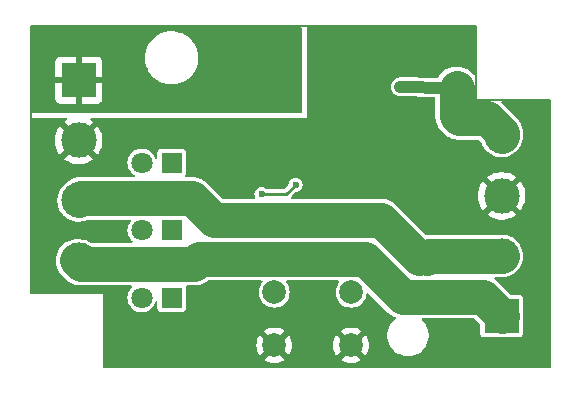
<source format=gbl>
G04 #@! TF.GenerationSoftware,KiCad,Pcbnew,7.0.1-3b83917a11~172~ubuntu20.04.1*
G04 #@! TF.CreationDate,2023-04-02T02:43:19+02:00*
G04 #@! TF.ProjectId,C64Saver2,43363453-6176-4657-9232-2e6b69636164,0.1*
G04 #@! TF.SameCoordinates,Original*
G04 #@! TF.FileFunction,Copper,L2,Bot*
G04 #@! TF.FilePolarity,Positive*
%FSLAX46Y46*%
G04 Gerber Fmt 4.6, Leading zero omitted, Abs format (unit mm)*
G04 Created by KiCad (PCBNEW 7.0.1-3b83917a11~172~ubuntu20.04.1) date 2023-04-02 02:43:19*
%MOMM*%
%LPD*%
G01*
G04 APERTURE LIST*
G04 #@! TA.AperFunction,ComponentPad*
%ADD10R,3.000000X3.000000*%
G04 #@! TD*
G04 #@! TA.AperFunction,ComponentPad*
%ADD11C,3.000000*%
G04 #@! TD*
G04 #@! TA.AperFunction,ComponentPad*
%ADD12R,1.800000X1.800000*%
G04 #@! TD*
G04 #@! TA.AperFunction,ComponentPad*
%ADD13C,1.800000*%
G04 #@! TD*
G04 #@! TA.AperFunction,ComponentPad*
%ADD14C,2.000000*%
G04 #@! TD*
G04 #@! TA.AperFunction,ViaPad*
%ADD15C,0.600000*%
G04 #@! TD*
G04 #@! TA.AperFunction,Conductor*
%ADD16C,3.000000*%
G04 #@! TD*
G04 #@! TA.AperFunction,Conductor*
%ADD17C,1.000000*%
G04 #@! TD*
G04 #@! TA.AperFunction,Conductor*
%ADD18C,0.254000*%
G04 #@! TD*
G04 #@! TA.AperFunction,Profile*
%ADD19C,0.150000*%
G04 #@! TD*
G04 APERTURE END LIST*
D10*
X180340000Y-108204000D03*
D11*
X180340000Y-103124000D03*
X180340000Y-98044000D03*
X180340000Y-92964000D03*
D10*
X144526000Y-88265000D03*
D11*
X144526000Y-93345000D03*
X144526000Y-98425000D03*
X144526000Y-103505000D03*
D12*
X152400000Y-100965000D03*
D13*
X149860000Y-100965000D03*
D12*
X152400000Y-95250000D03*
D13*
X149860000Y-95250000D03*
D12*
X152400000Y-106680000D03*
D13*
X149860000Y-106680000D03*
D14*
X161088000Y-106208000D03*
X167588000Y-106208000D03*
X161088000Y-110708000D03*
X167588000Y-110708000D03*
D15*
X168275000Y-97155000D03*
X157480000Y-110490000D03*
X157734000Y-97790000D03*
X158750000Y-106299000D03*
X165100000Y-93980000D03*
X163830000Y-106045000D03*
X175895000Y-88900000D03*
X177692427Y-91396637D03*
X177165000Y-90170000D03*
X176422427Y-91396637D03*
X175895000Y-90170000D03*
X177165000Y-88900000D03*
X171762093Y-88827176D03*
X160020000Y-97917263D03*
X162888928Y-97117043D03*
X153670000Y-90170000D03*
X154940000Y-90170000D03*
X157480000Y-87630000D03*
X157480000Y-88900000D03*
X161290000Y-90170000D03*
X161290000Y-85090000D03*
X157480000Y-90170000D03*
X158750000Y-86360000D03*
X158750000Y-85090000D03*
X148590000Y-90170000D03*
X160020000Y-86360000D03*
X161290000Y-87630000D03*
X160020000Y-88900000D03*
X160020000Y-87630000D03*
X161290000Y-88900000D03*
X157480000Y-86360000D03*
X151130000Y-90170000D03*
X161290000Y-86360000D03*
X154940000Y-88900000D03*
X160020000Y-90170000D03*
X149860000Y-88900000D03*
X158750000Y-88900000D03*
X157480000Y-85090000D03*
X148590000Y-87630000D03*
X158750000Y-87630000D03*
X149860000Y-90170000D03*
X158750000Y-90170000D03*
X148590000Y-88900000D03*
X160020000Y-85090000D03*
X152400000Y-90170000D03*
D16*
X179121000Y-91491000D02*
X176745680Y-91491000D01*
X180340000Y-92710000D02*
X179121000Y-91491000D01*
X180340000Y-92964000D02*
X180340000Y-92710000D01*
X176530000Y-91275320D02*
X176530000Y-88900000D01*
D17*
X171762093Y-88827176D02*
X175895000Y-88900000D01*
D16*
X176745680Y-91491000D02*
X176530000Y-91275320D01*
D18*
X160020000Y-97917263D02*
X162088708Y-97917263D01*
X162088708Y-97917263D02*
X162888928Y-97117043D01*
D16*
X154732000Y-103408000D02*
X154305000Y-103835000D01*
X168747798Y-103408000D02*
X154732000Y-103408000D01*
X180340000Y-108204000D02*
X178748620Y-106612620D01*
X171952418Y-106612620D02*
X168747798Y-103408000D01*
X154305000Y-103835000D02*
X144729000Y-103835000D01*
X178748620Y-106612620D02*
X171952418Y-106612620D01*
X144729000Y-103835000D02*
X144399000Y-103505000D01*
X155960000Y-100080000D02*
X170086703Y-100080000D01*
X173990000Y-103312620D02*
X174178620Y-103124000D01*
X144526000Y-98425000D02*
X144686000Y-98265000D01*
X174178620Y-103124000D02*
X180340000Y-103124000D01*
X154145000Y-98265000D02*
X155960000Y-100080000D01*
X144686000Y-98265000D02*
X154145000Y-98265000D01*
X170086703Y-100080000D02*
X173319323Y-103312620D01*
G04 #@! TA.AperFunction,Conductor*
G36*
X178055200Y-83781978D02*
G01*
X178092022Y-83818800D01*
X178105500Y-83869100D01*
X178105500Y-87700338D01*
X178086945Y-87758552D01*
X178038126Y-87795293D01*
X177977050Y-87797006D01*
X177926248Y-87763061D01*
X177853561Y-87671914D01*
X177655744Y-87488367D01*
X177432776Y-87336350D01*
X177432777Y-87336350D01*
X177432775Y-87336349D01*
X177189641Y-87219262D01*
X176931772Y-87139720D01*
X176931770Y-87139719D01*
X176931765Y-87139718D01*
X176664931Y-87099500D01*
X176664929Y-87099500D01*
X176395071Y-87099500D01*
X176395069Y-87099500D01*
X176128234Y-87139718D01*
X176128227Y-87139720D01*
X176128228Y-87139720D01*
X175870359Y-87219262D01*
X175870356Y-87219263D01*
X175870354Y-87219264D01*
X175627229Y-87336347D01*
X175404255Y-87488367D01*
X175206438Y-87671915D01*
X175038184Y-87882897D01*
X174952724Y-88030920D01*
X174915133Y-88068182D01*
X174863830Y-88081204D01*
X171731249Y-88026007D01*
X171596702Y-88038771D01*
X171425411Y-88095341D01*
X171271006Y-88188607D01*
X171141222Y-88313896D01*
X171042574Y-88464919D01*
X170980004Y-88634115D01*
X170956652Y-88812983D01*
X170973688Y-88992566D01*
X171030258Y-89163857D01*
X171123524Y-89318262D01*
X171123526Y-89318264D01*
X171248813Y-89448046D01*
X171399838Y-89546695D01*
X171569029Y-89609264D01*
X171669539Y-89622385D01*
X171703042Y-89626760D01*
X174630672Y-89678347D01*
X174680220Y-89692406D01*
X174716316Y-89729144D01*
X174729500Y-89778931D01*
X174729500Y-91239756D01*
X174729430Y-91243518D01*
X174725713Y-91342832D01*
X174736838Y-91441574D01*
X174737189Y-91445317D01*
X174744617Y-91544424D01*
X174750886Y-91571892D01*
X174752774Y-91583008D01*
X174755927Y-91610992D01*
X174781640Y-91706952D01*
X174782546Y-91710602D01*
X174804666Y-91807515D01*
X174804667Y-91807517D01*
X174814956Y-91833734D01*
X174818480Y-91844444D01*
X174825771Y-91871651D01*
X174865520Y-91962760D01*
X174866949Y-91966210D01*
X174884238Y-92010262D01*
X174903258Y-92058722D01*
X174917336Y-92083106D01*
X174922418Y-92093172D01*
X174931833Y-92114751D01*
X174933686Y-92118997D01*
X174970637Y-92177804D01*
X174986568Y-92203159D01*
X174988509Y-92206381D01*
X175038182Y-92292418D01*
X175055747Y-92314444D01*
X175062268Y-92323634D01*
X175077259Y-92347492D01*
X175077261Y-92347494D01*
X175142080Y-92422816D01*
X175144480Y-92425712D01*
X175206441Y-92503407D01*
X175279275Y-92570987D01*
X175281985Y-92573597D01*
X175447394Y-92739005D01*
X175450004Y-92741715D01*
X175517595Y-92814561D01*
X175595315Y-92876541D01*
X175598164Y-92878902D01*
X175673508Y-92943742D01*
X175697359Y-92958728D01*
X175706562Y-92965258D01*
X175728574Y-92982813D01*
X175733729Y-92985789D01*
X175814651Y-93032509D01*
X175817834Y-93034427D01*
X175902004Y-93087314D01*
X175927837Y-93098584D01*
X175937892Y-93103661D01*
X175953401Y-93112615D01*
X175962278Y-93117741D01*
X175962279Y-93117741D01*
X175962282Y-93117743D01*
X176054810Y-93154057D01*
X176058269Y-93155491D01*
X176149345Y-93195227D01*
X176176557Y-93202518D01*
X176187248Y-93206036D01*
X176213485Y-93216334D01*
X176310378Y-93238449D01*
X176314015Y-93239351D01*
X176410008Y-93265073D01*
X176423359Y-93266577D01*
X176438000Y-93268227D01*
X176449114Y-93270114D01*
X176476577Y-93276383D01*
X176575675Y-93283809D01*
X176579417Y-93284159D01*
X176678169Y-93295286D01*
X176777485Y-93291569D01*
X176781245Y-93291500D01*
X178333538Y-93291500D01*
X178372036Y-93299158D01*
X178404673Y-93320965D01*
X178622280Y-93538572D01*
X178644791Y-93572953D01*
X178713258Y-93747400D01*
X178848184Y-93981102D01*
X179016438Y-94192084D01*
X179214255Y-94375632D01*
X179214257Y-94375633D01*
X179214259Y-94375635D01*
X179437225Y-94527651D01*
X179680359Y-94644738D01*
X179938228Y-94724280D01*
X179938233Y-94724280D01*
X179938234Y-94724281D01*
X180205069Y-94764500D01*
X180205071Y-94764500D01*
X180474929Y-94764500D01*
X180474931Y-94764500D01*
X180741767Y-94724281D01*
X180741768Y-94724280D01*
X180741772Y-94724280D01*
X180999641Y-94644738D01*
X180999640Y-94644738D01*
X180999642Y-94644736D01*
X181041832Y-94631723D01*
X181066531Y-94612524D01*
X181242775Y-94527651D01*
X181465741Y-94375635D01*
X181663561Y-94192085D01*
X181831815Y-93981102D01*
X181966743Y-93747398D01*
X182065334Y-93496195D01*
X182125383Y-93233103D01*
X182145549Y-92964000D01*
X182140781Y-92900373D01*
X182140500Y-92892856D01*
X182140500Y-92745564D01*
X182140570Y-92741802D01*
X182144286Y-92642484D01*
X182139602Y-92600919D01*
X182133158Y-92543734D01*
X182132812Y-92540048D01*
X182125383Y-92440897D01*
X182119115Y-92413437D01*
X182117225Y-92402316D01*
X182114072Y-92374327D01*
X182093951Y-92299237D01*
X182088349Y-92278334D01*
X182087449Y-92274701D01*
X182065334Y-92177805D01*
X182055040Y-92151578D01*
X182051515Y-92140863D01*
X182044227Y-92113664D01*
X182004494Y-92022594D01*
X182003054Y-92019119D01*
X181996795Y-92003173D01*
X181966743Y-91926602D01*
X181952660Y-91902209D01*
X181947580Y-91892145D01*
X181936315Y-91866324D01*
X181915837Y-91833734D01*
X181883421Y-91782145D01*
X181881515Y-91778982D01*
X181831815Y-91692898D01*
X181814250Y-91670872D01*
X181807734Y-91661690D01*
X181792741Y-91637828D01*
X181727907Y-91562489D01*
X181725507Y-91559592D01*
X181663561Y-91481915D01*
X181590726Y-91414334D01*
X181588016Y-91411724D01*
X180419274Y-90242982D01*
X180416664Y-90240272D01*
X180343957Y-90161912D01*
X180346040Y-90159979D01*
X180319293Y-90119945D01*
X180321009Y-90058871D01*
X180357750Y-90010054D01*
X180415963Y-89991500D01*
X184227900Y-89991500D01*
X184278200Y-90004978D01*
X184315022Y-90041800D01*
X184328500Y-90092100D01*
X184328500Y-112345900D01*
X184315022Y-112396200D01*
X184278200Y-112433022D01*
X184227900Y-112446500D01*
X146861100Y-112446500D01*
X146810800Y-112433022D01*
X146773978Y-112396200D01*
X146760500Y-112345900D01*
X146760500Y-111941101D01*
X160214107Y-111941101D01*
X160401266Y-112055793D01*
X160620561Y-112146628D01*
X160851364Y-112202039D01*
X161088000Y-112220662D01*
X161324635Y-112202039D01*
X161555438Y-112146628D01*
X161774734Y-112055792D01*
X161961891Y-111941102D01*
X161961892Y-111941102D01*
X161961891Y-111941101D01*
X166714107Y-111941101D01*
X166901266Y-112055793D01*
X167120561Y-112146628D01*
X167351364Y-112202039D01*
X167588000Y-112220662D01*
X167824635Y-112202039D01*
X168055438Y-112146628D01*
X168274734Y-112055792D01*
X168461891Y-111941102D01*
X168461892Y-111941102D01*
X167588000Y-111067210D01*
X166714107Y-111941101D01*
X161961891Y-111941101D01*
X161088000Y-111067210D01*
X160214107Y-111941101D01*
X146760500Y-111941101D01*
X146760500Y-110708000D01*
X159575337Y-110708000D01*
X159593960Y-110944635D01*
X159649371Y-111175438D01*
X159740206Y-111394733D01*
X159854897Y-111581891D01*
X160728790Y-110708000D01*
X160728789Y-110707999D01*
X161447209Y-110707999D01*
X162321102Y-111581891D01*
X162435792Y-111394734D01*
X162526628Y-111175438D01*
X162582039Y-110944635D01*
X162600662Y-110708000D01*
X166075337Y-110708000D01*
X166093960Y-110944635D01*
X166149371Y-111175438D01*
X166240206Y-111394733D01*
X166354897Y-111581891D01*
X167228790Y-110708000D01*
X167947210Y-110708000D01*
X168821102Y-111581891D01*
X168935792Y-111394734D01*
X169026628Y-111175438D01*
X169082039Y-110944635D01*
X169100662Y-110708000D01*
X169082039Y-110471364D01*
X169026628Y-110240561D01*
X168935793Y-110021266D01*
X168821101Y-109834107D01*
X167947210Y-110708000D01*
X167228790Y-110708000D01*
X166354897Y-109834107D01*
X166354896Y-109834107D01*
X166240205Y-110021266D01*
X166149371Y-110240561D01*
X166093960Y-110471364D01*
X166075337Y-110708000D01*
X162600662Y-110708000D01*
X162582039Y-110471364D01*
X162526628Y-110240561D01*
X162435793Y-110021266D01*
X162321101Y-109834107D01*
X161447209Y-110707999D01*
X160728789Y-110707999D01*
X159854897Y-109834107D01*
X159854896Y-109834107D01*
X159740205Y-110021266D01*
X159649371Y-110240561D01*
X159593960Y-110471364D01*
X159575337Y-110708000D01*
X146760500Y-110708000D01*
X146760500Y-109474897D01*
X160214107Y-109474897D01*
X161087999Y-110348789D01*
X161961891Y-109474897D01*
X166714107Y-109474897D01*
X167587999Y-110348789D01*
X168461891Y-109474897D01*
X168461891Y-109474896D01*
X168274733Y-109360206D01*
X168055438Y-109269371D01*
X167824635Y-109213960D01*
X167588000Y-109195337D01*
X167351364Y-109213960D01*
X167120561Y-109269371D01*
X166901266Y-109360205D01*
X166714107Y-109474896D01*
X166714107Y-109474897D01*
X161961891Y-109474897D01*
X161961891Y-109474896D01*
X161774733Y-109360206D01*
X161555438Y-109269371D01*
X161324635Y-109213960D01*
X161088000Y-109195337D01*
X160851364Y-109213960D01*
X160620561Y-109269371D01*
X160401266Y-109360205D01*
X160214107Y-109474896D01*
X160214107Y-109474897D01*
X146760500Y-109474897D01*
X146760500Y-106342304D01*
X146762029Y-106324833D01*
X146764124Y-106312952D01*
X146762028Y-106301064D01*
X146760679Y-106285653D01*
X146756676Y-106270711D01*
X146754581Y-106258828D01*
X146754578Y-106258826D01*
X146751064Y-106252738D01*
X146746547Y-106247354D01*
X146736087Y-106241315D01*
X146721726Y-106231258D01*
X146712480Y-106223500D01*
X146705878Y-106221097D01*
X146698952Y-106219875D01*
X146687064Y-106221972D01*
X146669596Y-106223500D01*
X140638100Y-106223500D01*
X140587800Y-106210022D01*
X140550978Y-106173200D01*
X140537500Y-106122900D01*
X140537500Y-103572516D01*
X142594713Y-103572516D01*
X142624927Y-103840671D01*
X142694772Y-104101335D01*
X142802684Y-104348676D01*
X142889808Y-104487331D01*
X142946259Y-104577172D01*
X143041334Y-104687651D01*
X143078210Y-104730502D01*
X143430713Y-105083004D01*
X143433323Y-105085714D01*
X143500915Y-105158561D01*
X143578600Y-105220513D01*
X143581497Y-105222913D01*
X143656828Y-105287741D01*
X143680690Y-105302734D01*
X143689869Y-105309247D01*
X143711898Y-105326815D01*
X143797982Y-105376515D01*
X143801145Y-105378421D01*
X143859917Y-105415350D01*
X143885324Y-105431315D01*
X143911145Y-105442580D01*
X143921209Y-105447660D01*
X143945602Y-105461743D01*
X144022173Y-105491795D01*
X144038119Y-105498054D01*
X144041594Y-105499494D01*
X144132664Y-105539227D01*
X144159863Y-105546515D01*
X144170578Y-105550040D01*
X144196805Y-105560334D01*
X144293710Y-105582451D01*
X144297334Y-105583349D01*
X144393327Y-105609072D01*
X144421316Y-105612225D01*
X144432437Y-105614115D01*
X144459897Y-105620383D01*
X144559048Y-105627812D01*
X144562734Y-105628158D01*
X144619919Y-105634602D01*
X144661484Y-105639286D01*
X144661487Y-105639285D01*
X144661488Y-105639286D01*
X144760793Y-105635569D01*
X144764555Y-105635500D01*
X148964122Y-105635500D01*
X149020975Y-105653105D01*
X149057929Y-105699759D01*
X149062050Y-105759132D01*
X149031896Y-105810444D01*
X148969020Y-105867762D01*
X148901980Y-105956537D01*
X148834942Y-106045311D01*
X148834941Y-106045312D01*
X148834941Y-106045313D01*
X148735771Y-106244470D01*
X148674884Y-106458464D01*
X148654357Y-106680000D01*
X148674884Y-106901535D01*
X148725692Y-107080105D01*
X148735771Y-107115528D01*
X148834942Y-107314689D01*
X148969019Y-107492236D01*
X148969020Y-107492237D01*
X149133436Y-107642123D01*
X149146145Y-107649992D01*
X149322599Y-107759247D01*
X149530060Y-107839618D01*
X149639408Y-107860059D01*
X149748756Y-107880500D01*
X149748757Y-107880500D01*
X149971243Y-107880500D01*
X149971244Y-107880500D01*
X150070422Y-107861960D01*
X150189940Y-107839618D01*
X150397401Y-107759247D01*
X150586562Y-107642124D01*
X150750981Y-107492236D01*
X150885058Y-107314689D01*
X150984229Y-107115528D01*
X151002140Y-107052574D01*
X151032511Y-107004522D01*
X151084081Y-106980603D01*
X151140382Y-106988456D01*
X151183438Y-107025574D01*
X151199500Y-107080105D01*
X151199500Y-107624866D01*
X151202414Y-107649989D01*
X151202415Y-107649991D01*
X151247794Y-107752765D01*
X151327235Y-107832206D01*
X151430009Y-107877585D01*
X151455135Y-107880500D01*
X153344864Y-107880499D01*
X153344866Y-107880499D01*
X153357427Y-107879041D01*
X153369991Y-107877585D01*
X153472765Y-107832206D01*
X153552206Y-107752765D01*
X153597585Y-107649991D01*
X153600500Y-107624865D01*
X153600499Y-105736099D01*
X153613977Y-105685800D01*
X153650799Y-105648978D01*
X153701099Y-105635500D01*
X154269436Y-105635500D01*
X154273195Y-105635569D01*
X154372512Y-105639286D01*
X154372512Y-105639285D01*
X154372515Y-105639286D01*
X154406112Y-105635500D01*
X154471269Y-105628158D01*
X154474944Y-105627813D01*
X154574103Y-105620383D01*
X154601579Y-105614111D01*
X154612679Y-105612225D01*
X154640673Y-105609072D01*
X154736677Y-105583346D01*
X154740275Y-105582454D01*
X154837195Y-105560334D01*
X154863426Y-105550038D01*
X154874117Y-105546519D01*
X154901335Y-105539227D01*
X154992416Y-105499488D01*
X154995866Y-105498059D01*
X155088398Y-105461743D01*
X155112790Y-105447659D01*
X155122847Y-105442582D01*
X155148677Y-105431314D01*
X155232884Y-105378402D01*
X155236008Y-105376520D01*
X155322102Y-105326815D01*
X155344133Y-105309245D01*
X155353314Y-105302731D01*
X155377172Y-105287741D01*
X155440958Y-105232847D01*
X155471582Y-105214783D01*
X155506578Y-105208500D01*
X160006988Y-105208500D01*
X160059176Y-105223096D01*
X160096221Y-105262648D01*
X160107373Y-105315679D01*
X160089395Y-105366801D01*
X159957431Y-105555266D01*
X159861261Y-105761503D01*
X159802364Y-105981307D01*
X159782532Y-106207999D01*
X159802364Y-106434692D01*
X159861261Y-106654496D01*
X159957431Y-106860733D01*
X160087951Y-107047137D01*
X160087953Y-107047138D01*
X160087953Y-107047139D01*
X160248861Y-107208047D01*
X160435266Y-107338568D01*
X160641504Y-107434739D01*
X160802410Y-107477853D01*
X160861307Y-107493635D01*
X160879544Y-107495230D01*
X161088000Y-107513468D01*
X161314692Y-107493635D01*
X161534496Y-107434739D01*
X161740734Y-107338568D01*
X161927139Y-107208047D01*
X162088047Y-107047139D01*
X162218568Y-106860734D01*
X162314739Y-106654496D01*
X162373635Y-106434692D01*
X162393468Y-106208000D01*
X162373635Y-105981308D01*
X162314739Y-105761504D01*
X162218568Y-105555266D01*
X162212440Y-105546514D01*
X162086605Y-105366801D01*
X162068627Y-105315679D01*
X162079779Y-105262648D01*
X162116824Y-105223096D01*
X162169012Y-105208500D01*
X166506988Y-105208500D01*
X166559176Y-105223096D01*
X166596221Y-105262648D01*
X166607373Y-105315679D01*
X166589395Y-105366801D01*
X166457431Y-105555266D01*
X166361261Y-105761503D01*
X166302364Y-105981307D01*
X166282532Y-106207999D01*
X166302364Y-106434692D01*
X166361261Y-106654496D01*
X166457431Y-106860733D01*
X166587951Y-107047137D01*
X166587953Y-107047138D01*
X166587953Y-107047139D01*
X166748861Y-107208047D01*
X166935266Y-107338568D01*
X167141504Y-107434739D01*
X167302410Y-107477853D01*
X167361307Y-107493635D01*
X167379544Y-107495230D01*
X167588000Y-107513468D01*
X167814692Y-107493635D01*
X168034496Y-107434739D01*
X168240734Y-107338568D01*
X168427139Y-107208047D01*
X168588047Y-107047139D01*
X168718568Y-106860734D01*
X168814739Y-106654496D01*
X168873635Y-106434692D01*
X168883357Y-106323566D01*
X168903761Y-106271096D01*
X168949165Y-106237804D01*
X169005347Y-106234122D01*
X169054708Y-106261202D01*
X170654142Y-107860636D01*
X170656752Y-107863346D01*
X170724333Y-107936181D01*
X170802010Y-107998127D01*
X170804907Y-108000527D01*
X170880242Y-108065358D01*
X170880243Y-108065359D01*
X170880246Y-108065361D01*
X170904108Y-108080354D01*
X170913290Y-108086870D01*
X170935316Y-108104435D01*
X171021400Y-108154135D01*
X171024563Y-108156041D01*
X171083335Y-108192970D01*
X171108742Y-108208935D01*
X171134563Y-108220200D01*
X171144627Y-108225280D01*
X171169020Y-108239363D01*
X171245591Y-108269415D01*
X171261537Y-108275674D01*
X171265011Y-108277114D01*
X171315934Y-108299331D01*
X171356086Y-108331044D01*
X171375445Y-108378406D01*
X171369004Y-108429164D01*
X171338429Y-108470189D01*
X171205978Y-108575814D01*
X171027529Y-108768137D01*
X170879730Y-108984919D01*
X170765897Y-109221294D01*
X170688562Y-109472009D01*
X170649460Y-109731436D01*
X170649460Y-109993804D01*
X170688562Y-110253230D01*
X170765897Y-110503945D01*
X170879730Y-110740320D01*
X170879732Y-110740324D01*
X171018848Y-110944370D01*
X171027529Y-110957102D01*
X171205978Y-111149425D01*
X171411102Y-111313006D01*
X171638316Y-111444188D01*
X171717202Y-111475148D01*
X171882544Y-111540040D01*
X172138330Y-111598422D01*
X172334466Y-111613120D01*
X172465450Y-111613120D01*
X172465454Y-111613120D01*
X172661590Y-111598422D01*
X172917376Y-111540040D01*
X173161603Y-111444188D01*
X173388817Y-111313006D01*
X173593941Y-111149425D01*
X173772393Y-110957099D01*
X173920188Y-110740324D01*
X174034023Y-110503943D01*
X174111356Y-110253235D01*
X174111357Y-110253230D01*
X174150460Y-109993804D01*
X174150460Y-109731436D01*
X174111357Y-109472009D01*
X174076870Y-109360206D01*
X174034023Y-109221297D01*
X174021521Y-109195337D01*
X173920189Y-108984919D01*
X173920188Y-108984916D01*
X173772393Y-108768141D01*
X173772391Y-108768139D01*
X173772390Y-108768137D01*
X173599815Y-108582145D01*
X173574381Y-108530571D01*
X173581354Y-108473491D01*
X173618454Y-108429555D01*
X173673560Y-108413120D01*
X177961158Y-108413120D01*
X177999656Y-108420778D01*
X178032293Y-108442585D01*
X178510035Y-108920327D01*
X178531842Y-108952964D01*
X178539500Y-108991462D01*
X178539500Y-109748866D01*
X178542414Y-109773989D01*
X178542415Y-109773991D01*
X178587794Y-109876765D01*
X178667235Y-109956206D01*
X178770009Y-110001585D01*
X178795135Y-110004500D01*
X180233232Y-110004499D01*
X180244498Y-110005132D01*
X180272485Y-110008286D01*
X180272487Y-110008285D01*
X180272488Y-110008286D01*
X180371816Y-110004568D01*
X180375578Y-110004499D01*
X181884867Y-110004499D01*
X181899940Y-110002750D01*
X181909991Y-110001585D01*
X182012765Y-109956206D01*
X182092206Y-109876765D01*
X182137585Y-109773991D01*
X182140500Y-109748865D01*
X182140499Y-108239577D01*
X182140569Y-108235816D01*
X182141575Y-108208934D01*
X182144286Y-108136488D01*
X182141131Y-108108497D01*
X182140499Y-108097233D01*
X182140499Y-106659133D01*
X182137585Y-106634010D01*
X182137585Y-106634009D01*
X182092206Y-106531235D01*
X182012765Y-106451794D01*
X181961378Y-106429104D01*
X181909992Y-106406415D01*
X181901615Y-106405443D01*
X181884865Y-106403500D01*
X181884863Y-106403500D01*
X181127462Y-106403500D01*
X181088964Y-106395842D01*
X181056327Y-106374035D01*
X180046894Y-105364602D01*
X180044284Y-105361892D01*
X179976707Y-105289061D01*
X179976706Y-105289060D01*
X179976705Y-105289059D01*
X179899012Y-105227100D01*
X179896116Y-105224700D01*
X179820794Y-105159881D01*
X179820795Y-105159881D01*
X179820792Y-105159879D01*
X179796934Y-105144888D01*
X179787744Y-105138367D01*
X179765722Y-105120805D01*
X179750856Y-105112222D01*
X179714035Y-105075400D01*
X179700557Y-105025100D01*
X179714035Y-104974800D01*
X179750857Y-104937978D01*
X179801157Y-104924500D01*
X180474930Y-104924500D01*
X180493077Y-104921764D01*
X180538002Y-104914992D01*
X180545462Y-104914151D01*
X180609103Y-104909383D01*
X180671310Y-104895183D01*
X180678678Y-104893788D01*
X180741772Y-104884280D01*
X180802746Y-104865471D01*
X180809971Y-104863535D01*
X180872195Y-104849334D01*
X180931586Y-104826023D01*
X180938671Y-104823544D01*
X180999641Y-104804738D01*
X181057126Y-104777053D01*
X181064006Y-104774051D01*
X181123398Y-104750743D01*
X181178670Y-104718831D01*
X181185271Y-104715342D01*
X181242775Y-104687651D01*
X181295498Y-104651703D01*
X181301842Y-104647718D01*
X181357102Y-104615815D01*
X181407010Y-104576013D01*
X181413005Y-104571589D01*
X181465741Y-104535635D01*
X181512514Y-104492235D01*
X181518189Y-104487350D01*
X181568085Y-104447561D01*
X181611490Y-104400779D01*
X181616779Y-104395490D01*
X181663561Y-104352085D01*
X181703350Y-104302189D01*
X181708240Y-104296509D01*
X181751633Y-104249743D01*
X181751632Y-104249743D01*
X181751635Y-104249741D01*
X181787589Y-104197005D01*
X181792013Y-104191010D01*
X181831815Y-104141102D01*
X181863718Y-104085842D01*
X181867703Y-104079498D01*
X181903651Y-104026775D01*
X181931342Y-103969271D01*
X181934831Y-103962670D01*
X181966743Y-103907398D01*
X181990051Y-103848006D01*
X181993055Y-103841123D01*
X181993273Y-103840671D01*
X182020738Y-103783641D01*
X182039544Y-103722671D01*
X182042027Y-103715577D01*
X182065334Y-103656195D01*
X182079535Y-103593971D01*
X182081471Y-103586746D01*
X182100280Y-103525772D01*
X182109788Y-103462678D01*
X182111183Y-103455310D01*
X182125383Y-103393103D01*
X182130151Y-103329462D01*
X182130994Y-103321993D01*
X182133882Y-103302838D01*
X182140500Y-103258929D01*
X182140500Y-103195144D01*
X182140781Y-103187627D01*
X182141027Y-103184332D01*
X182145549Y-103124000D01*
X182140781Y-103060373D01*
X182140500Y-103052856D01*
X182140500Y-102989069D01*
X182130994Y-102926004D01*
X182130151Y-102918528D01*
X182125383Y-102854897D01*
X182111181Y-102792680D01*
X182109787Y-102785313D01*
X182100280Y-102722228D01*
X182081477Y-102661270D01*
X182079530Y-102654003D01*
X182079383Y-102653359D01*
X182065334Y-102591805D01*
X182046725Y-102544390D01*
X182042024Y-102532412D01*
X182039539Y-102525311D01*
X182020738Y-102464359D01*
X181993052Y-102406869D01*
X181990052Y-102399992D01*
X181966743Y-102340601D01*
X181934844Y-102285351D01*
X181931334Y-102278710D01*
X181903651Y-102221226D01*
X181867715Y-102168517D01*
X181863713Y-102162146D01*
X181831819Y-102106903D01*
X181831449Y-102106439D01*
X181792015Y-102056990D01*
X181787575Y-102050973D01*
X181751635Y-101998259D01*
X181708231Y-101951480D01*
X181703350Y-101945809D01*
X181663561Y-101895915D01*
X181616780Y-101852509D01*
X181611489Y-101847218D01*
X181568085Y-101800439D01*
X181568083Y-101800437D01*
X181568080Y-101800434D01*
X181518206Y-101760660D01*
X181512505Y-101755755D01*
X181465738Y-101712362D01*
X181432871Y-101689954D01*
X181413027Y-101676425D01*
X181406983Y-101671964D01*
X181357103Y-101632185D01*
X181301856Y-101600288D01*
X181295488Y-101596287D01*
X181259593Y-101571815D01*
X181242775Y-101560349D01*
X181222805Y-101550732D01*
X181198959Y-101539248D01*
X181185298Y-101532669D01*
X181178650Y-101529156D01*
X181123395Y-101497255D01*
X181064004Y-101473945D01*
X181057111Y-101470938D01*
X180999639Y-101443261D01*
X180938689Y-101424460D01*
X180931591Y-101421976D01*
X180872195Y-101398665D01*
X180809987Y-101384466D01*
X180802723Y-101382520D01*
X180741770Y-101363719D01*
X180678702Y-101354213D01*
X180671312Y-101352815D01*
X180609106Y-101338617D01*
X180545477Y-101333848D01*
X180538006Y-101333006D01*
X180486919Y-101325307D01*
X180474929Y-101323500D01*
X180474928Y-101323500D01*
X174214184Y-101323500D01*
X174210424Y-101323430D01*
X174206155Y-101323270D01*
X174111107Y-101319713D01*
X174012364Y-101330838D01*
X174008621Y-101331189D01*
X173938881Y-101336416D01*
X173896367Y-101330414D01*
X173860227Y-101307232D01*
X172185489Y-99632494D01*
X179110714Y-99632494D01*
X179179317Y-99688307D01*
X179414035Y-99831041D01*
X179665990Y-99940481D01*
X179930502Y-100014594D01*
X180202649Y-100052000D01*
X180477351Y-100052000D01*
X180749497Y-100014594D01*
X181014009Y-99940481D01*
X181265964Y-99831041D01*
X181500677Y-99688309D01*
X181569283Y-99632494D01*
X180340000Y-98403210D01*
X179110714Y-99632494D01*
X172185489Y-99632494D01*
X171384977Y-98831982D01*
X171382367Y-98829272D01*
X171314790Y-98756441D01*
X171314789Y-98756440D01*
X171314788Y-98756439D01*
X171237095Y-98694480D01*
X171234199Y-98692080D01*
X171197361Y-98660379D01*
X171158875Y-98627259D01*
X171135017Y-98612268D01*
X171125827Y-98605747D01*
X171103801Y-98588182D01*
X171017764Y-98538509D01*
X171014542Y-98536568D01*
X170930378Y-98483685D01*
X170904555Y-98472418D01*
X170894489Y-98467336D01*
X170870105Y-98453258D01*
X170821645Y-98434238D01*
X170777593Y-98416949D01*
X170774143Y-98415520D01*
X170683034Y-98375771D01*
X170655827Y-98368480D01*
X170645121Y-98364957D01*
X170618898Y-98354666D01*
X170545699Y-98337958D01*
X170521985Y-98332546D01*
X170518335Y-98331640D01*
X170422375Y-98305927D01*
X170394391Y-98302774D01*
X170383275Y-98300886D01*
X170355807Y-98294617D01*
X170256700Y-98287189D01*
X170252957Y-98286838D01*
X170154215Y-98275713D01*
X170059014Y-98279276D01*
X170054898Y-98279430D01*
X170051139Y-98279500D01*
X162573917Y-98279500D01*
X162518027Y-98262546D01*
X162480975Y-98217398D01*
X162475250Y-98159274D01*
X162502782Y-98107765D01*
X162566548Y-98043999D01*
X178327307Y-98043999D01*
X178346053Y-98318056D01*
X178401944Y-98587022D01*
X178493934Y-98845856D01*
X178620317Y-99089762D01*
X178750540Y-99274247D01*
X178750541Y-99274248D01*
X179980790Y-98044000D01*
X180699210Y-98044000D01*
X181929458Y-99274248D01*
X181929458Y-99274247D01*
X182059682Y-99089762D01*
X182186065Y-98845856D01*
X182278055Y-98587022D01*
X182333946Y-98318056D01*
X182352692Y-98043999D01*
X182333946Y-97769943D01*
X182278055Y-97500977D01*
X182186065Y-97242143D01*
X182059682Y-96998237D01*
X181929458Y-96813751D01*
X180699210Y-98044000D01*
X179980790Y-98044000D01*
X178750541Y-96813751D01*
X178750540Y-96813751D01*
X178620317Y-96998238D01*
X178493934Y-97242143D01*
X178401944Y-97500977D01*
X178346053Y-97769943D01*
X178327307Y-98043999D01*
X162566548Y-98043999D01*
X162863508Y-97747037D01*
X162890146Y-97727950D01*
X162921509Y-97718436D01*
X163011562Y-97706579D01*
X163045690Y-97702087D01*
X163148982Y-97659301D01*
X163191767Y-97641580D01*
X163191767Y-97641579D01*
X163191769Y-97641579D01*
X163317210Y-97545325D01*
X163413464Y-97419884D01*
X163473972Y-97273805D01*
X163494610Y-97117043D01*
X163473972Y-96960281D01*
X163439509Y-96877080D01*
X163413465Y-96814203D01*
X163317210Y-96688760D01*
X163191767Y-96592505D01*
X163045689Y-96531998D01*
X162888928Y-96511360D01*
X162732166Y-96531998D01*
X162586088Y-96592505D01*
X162460645Y-96688760D01*
X162364390Y-96814203D01*
X162303883Y-96960281D01*
X162287535Y-97084457D01*
X162278021Y-97115820D01*
X162258931Y-97142461D01*
X161941097Y-97460298D01*
X161908460Y-97482105D01*
X161869962Y-97489763D01*
X160483450Y-97489763D01*
X160451113Y-97484424D01*
X160422209Y-97468974D01*
X160322841Y-97392727D01*
X160176761Y-97332218D01*
X160020000Y-97311580D01*
X159863238Y-97332218D01*
X159717160Y-97392725D01*
X159591717Y-97488980D01*
X159495462Y-97614423D01*
X159434955Y-97760501D01*
X159414317Y-97917262D01*
X159434955Y-98074024D01*
X159462450Y-98140402D01*
X159469624Y-98188760D01*
X159453154Y-98234790D01*
X159416931Y-98267621D01*
X159369508Y-98279500D01*
X156747461Y-98279500D01*
X156708963Y-98271842D01*
X156676326Y-98250035D01*
X156067896Y-97641605D01*
X155443273Y-97016981D01*
X155440663Y-97014271D01*
X155373087Y-96941441D01*
X155373086Y-96941440D01*
X155373085Y-96941439D01*
X155313516Y-96893933D01*
X155295392Y-96879480D01*
X155292496Y-96877080D01*
X155219430Y-96814202D01*
X155217172Y-96812259D01*
X155193314Y-96797268D01*
X155184124Y-96790747D01*
X155162098Y-96773182D01*
X155076061Y-96723509D01*
X155072839Y-96721568D01*
X155020625Y-96688760D01*
X154988677Y-96668686D01*
X154962854Y-96657419D01*
X154962852Y-96657418D01*
X154952786Y-96652336D01*
X154928402Y-96638258D01*
X154879942Y-96619238D01*
X154835890Y-96601949D01*
X154832440Y-96600520D01*
X154741331Y-96560771D01*
X154714124Y-96553480D01*
X154703418Y-96549957D01*
X154677195Y-96539666D01*
X154603996Y-96522958D01*
X154580282Y-96517546D01*
X154576632Y-96516640D01*
X154480672Y-96490927D01*
X154452688Y-96487774D01*
X154441572Y-96485886D01*
X154414104Y-96479617D01*
X154314997Y-96472189D01*
X154311254Y-96471838D01*
X154212512Y-96460713D01*
X154117311Y-96464276D01*
X154113195Y-96464430D01*
X154109436Y-96464500D01*
X153644013Y-96464500D01*
X153608538Y-96455505D01*
X179110715Y-96455505D01*
X180339999Y-97684789D01*
X181569283Y-96455505D01*
X181500682Y-96399692D01*
X181265964Y-96256958D01*
X181014009Y-96147518D01*
X180749497Y-96073405D01*
X180477351Y-96036000D01*
X180202649Y-96036000D01*
X179930502Y-96073405D01*
X179665990Y-96147518D01*
X179414035Y-96256958D01*
X179179319Y-96399692D01*
X179110715Y-96455505D01*
X153608538Y-96455505D01*
X153596079Y-96452346D01*
X153559727Y-96418820D01*
X153543742Y-96372024D01*
X153551985Y-96323265D01*
X153552206Y-96322765D01*
X153597585Y-96219991D01*
X153600500Y-96194865D01*
X153600499Y-94305136D01*
X153597585Y-94280009D01*
X153552206Y-94177235D01*
X153472765Y-94097794D01*
X153421377Y-94075104D01*
X153369992Y-94052415D01*
X153361615Y-94051443D01*
X153344865Y-94049500D01*
X153344863Y-94049500D01*
X151455133Y-94049500D01*
X151430010Y-94052414D01*
X151327235Y-94097794D01*
X151247794Y-94177235D01*
X151202415Y-94280007D01*
X151199500Y-94305137D01*
X151199500Y-94849892D01*
X151183439Y-94904423D01*
X151140383Y-94941541D01*
X151084081Y-94949395D01*
X151032511Y-94925476D01*
X151002140Y-94877422D01*
X150984228Y-94814470D01*
X150885058Y-94615311D01*
X150750981Y-94437764D01*
X150750979Y-94437762D01*
X150586563Y-94287876D01*
X150397401Y-94170753D01*
X150189938Y-94090381D01*
X149971244Y-94049500D01*
X149971243Y-94049500D01*
X149748757Y-94049500D01*
X149748756Y-94049500D01*
X149530061Y-94090381D01*
X149322598Y-94170753D01*
X149133436Y-94287876D01*
X148969020Y-94437762D01*
X148901980Y-94526537D01*
X148834942Y-94615311D01*
X148834941Y-94615312D01*
X148834941Y-94615313D01*
X148735771Y-94814470D01*
X148674884Y-95028464D01*
X148654357Y-95250000D01*
X148674884Y-95471535D01*
X148725692Y-95650105D01*
X148735771Y-95685528D01*
X148834942Y-95884689D01*
X148969019Y-96062236D01*
X149133438Y-96212124D01*
X149205848Y-96256958D01*
X149240426Y-96278368D01*
X149275802Y-96315761D01*
X149288050Y-96365759D01*
X149273963Y-96415269D01*
X149237229Y-96451330D01*
X149187467Y-96464500D01*
X144721564Y-96464500D01*
X144717804Y-96464430D01*
X144713535Y-96464270D01*
X144618487Y-96460713D01*
X144519744Y-96471838D01*
X144516002Y-96472189D01*
X144416896Y-96479617D01*
X144389429Y-96485886D01*
X144378313Y-96487774D01*
X144350326Y-96490927D01*
X144254366Y-96516640D01*
X144250716Y-96517545D01*
X144153804Y-96539666D01*
X144127568Y-96549961D01*
X144116862Y-96553484D01*
X144089665Y-96560773D01*
X144089662Y-96560774D01*
X144089659Y-96560775D01*
X143998565Y-96600516D01*
X143995094Y-96601954D01*
X143902605Y-96638255D01*
X143878209Y-96652339D01*
X143868145Y-96657419D01*
X143842320Y-96668687D01*
X143758158Y-96721568D01*
X143754938Y-96723509D01*
X143668897Y-96773185D01*
X143646876Y-96790746D01*
X143637682Y-96797269D01*
X143613826Y-96812260D01*
X143538482Y-96877096D01*
X143535588Y-96879494D01*
X143457918Y-96941435D01*
X143390320Y-97014287D01*
X143387711Y-97016995D01*
X143277995Y-97126711D01*
X143275287Y-97129320D01*
X143202435Y-97196918D01*
X143140494Y-97274588D01*
X143138096Y-97277482D01*
X143073260Y-97352826D01*
X143058269Y-97376682D01*
X143051746Y-97385876D01*
X143034185Y-97407897D01*
X142984509Y-97493938D01*
X142982568Y-97497158D01*
X142929687Y-97581320D01*
X142918419Y-97607145D01*
X142913339Y-97617209D01*
X142899255Y-97641605D01*
X142862954Y-97734094D01*
X142861516Y-97737565D01*
X142821775Y-97828659D01*
X142814484Y-97855864D01*
X142810961Y-97866568D01*
X142800666Y-97892804D01*
X142778545Y-97989716D01*
X142777640Y-97993366D01*
X142751927Y-98089326D01*
X142748774Y-98117313D01*
X142746886Y-98128429D01*
X142740617Y-98155896D01*
X142733189Y-98255002D01*
X142732838Y-98258743D01*
X142721714Y-98357490D01*
X142722766Y-98385635D01*
X142722555Y-98396905D01*
X142720451Y-98424996D01*
X142720451Y-98425000D01*
X142723835Y-98470160D01*
X142727877Y-98524102D01*
X142728088Y-98527857D01*
X142731804Y-98627160D01*
X142737039Y-98654832D01*
X142738510Y-98666009D01*
X142740616Y-98694099D01*
X142762731Y-98790995D01*
X142763499Y-98794677D01*
X142781972Y-98892310D01*
X142791274Y-98918892D01*
X142794398Y-98929732D01*
X142800667Y-98957198D01*
X142836970Y-99049698D01*
X142838278Y-99053224D01*
X142871099Y-99147020D01*
X142871102Y-99147025D01*
X142884266Y-99171933D01*
X142888966Y-99182178D01*
X142899256Y-99208396D01*
X142948940Y-99294452D01*
X142950755Y-99297737D01*
X142997198Y-99385610D01*
X142997201Y-99385614D01*
X143013923Y-99408272D01*
X143020098Y-99417703D01*
X143034185Y-99442102D01*
X143096139Y-99519789D01*
X143098428Y-99522773D01*
X143157444Y-99602736D01*
X143177363Y-99622655D01*
X143184880Y-99631067D01*
X143202438Y-99653085D01*
X143275272Y-99720664D01*
X143277982Y-99723274D01*
X143348263Y-99793555D01*
X143370932Y-99810285D01*
X143379606Y-99817472D01*
X143400259Y-99836635D01*
X143452172Y-99872028D01*
X143482364Y-99892613D01*
X143485433Y-99894791D01*
X143522001Y-99921779D01*
X143565390Y-99953802D01*
X143590295Y-99966964D01*
X143599960Y-99972788D01*
X143623224Y-99988650D01*
X143623225Y-99988650D01*
X143623226Y-99988651D01*
X143712778Y-100031777D01*
X143716068Y-100033437D01*
X143803975Y-100079898D01*
X143830565Y-100089202D01*
X143840985Y-100093519D01*
X143863822Y-100104516D01*
X143866359Y-100105738D01*
X143942507Y-100129226D01*
X143961304Y-100135024D01*
X143964880Y-100136200D01*
X144058689Y-100169026D01*
X144086367Y-100174262D01*
X144097311Y-100176977D01*
X144124224Y-100185279D01*
X144124225Y-100185279D01*
X144124228Y-100185280D01*
X144222529Y-100200095D01*
X144226170Y-100200714D01*
X144323842Y-100219196D01*
X144352003Y-100220249D01*
X144363209Y-100221300D01*
X144391071Y-100225500D01*
X144490436Y-100225500D01*
X144494195Y-100225569D01*
X144593512Y-100229286D01*
X144593512Y-100229285D01*
X144593514Y-100229286D01*
X144612705Y-100227123D01*
X144621496Y-100226132D01*
X144632761Y-100225500D01*
X144660929Y-100225500D01*
X144759207Y-100210686D01*
X144762860Y-100210204D01*
X144861673Y-100199072D01*
X144888882Y-100191780D01*
X144899914Y-100189478D01*
X144927772Y-100185280D01*
X145022779Y-100155973D01*
X145026269Y-100154967D01*
X145122335Y-100129227D01*
X145148159Y-100117959D01*
X145158714Y-100114043D01*
X145185641Y-100105738D01*
X145216106Y-100091067D01*
X145248508Y-100075463D01*
X145292157Y-100065500D01*
X148832886Y-100065500D01*
X148885845Y-100080568D01*
X148922939Y-100121259D01*
X148933057Y-100175382D01*
X148913167Y-100226723D01*
X148834942Y-100330311D01*
X148834941Y-100330312D01*
X148834941Y-100330313D01*
X148735771Y-100529470D01*
X148674884Y-100743464D01*
X148654357Y-100965000D01*
X148674884Y-101186535D01*
X148735771Y-101400529D01*
X148774003Y-101477308D01*
X148834942Y-101599689D01*
X148956738Y-101760973D01*
X148969020Y-101777237D01*
X149059319Y-101859556D01*
X149089473Y-101910868D01*
X149085352Y-101970241D01*
X149048398Y-102016895D01*
X148991545Y-102034500D01*
X145596433Y-102034500D01*
X145539764Y-102017020D01*
X145428775Y-101941349D01*
X145185641Y-101824262D01*
X144927772Y-101744720D01*
X144927770Y-101744719D01*
X144927765Y-101744718D01*
X144660931Y-101704500D01*
X144660929Y-101704500D01*
X144505761Y-101704500D01*
X144494496Y-101703867D01*
X144492321Y-101703621D01*
X144466514Y-101700713D01*
X144196837Y-101710804D01*
X143931694Y-101760971D01*
X143676972Y-101850102D01*
X143438391Y-101976197D01*
X143221262Y-102136445D01*
X143030445Y-102327262D01*
X142870197Y-102544391D01*
X142744102Y-102782972D01*
X142654972Y-103037691D01*
X142604804Y-103302838D01*
X142594713Y-103572516D01*
X140537500Y-103572516D01*
X140537500Y-94933494D01*
X143296714Y-94933494D01*
X143365317Y-94989307D01*
X143600035Y-95132041D01*
X143851990Y-95241481D01*
X144116502Y-95315594D01*
X144388649Y-95353000D01*
X144663351Y-95353000D01*
X144935497Y-95315594D01*
X145200009Y-95241481D01*
X145451964Y-95132041D01*
X145686677Y-94989309D01*
X145755283Y-94933494D01*
X144526000Y-93704210D01*
X143296714Y-94933494D01*
X140537500Y-94933494D01*
X140537500Y-93345000D01*
X142513307Y-93345000D01*
X142532053Y-93619056D01*
X142587944Y-93888022D01*
X142679934Y-94146856D01*
X142806317Y-94390762D01*
X142936540Y-94575247D01*
X142936541Y-94575248D01*
X144166790Y-93345000D01*
X144885210Y-93345000D01*
X146115458Y-94575248D01*
X146115458Y-94575247D01*
X146245682Y-94390762D01*
X146372065Y-94146856D01*
X146464055Y-93888022D01*
X146519946Y-93619056D01*
X146538692Y-93345000D01*
X146519946Y-93070943D01*
X146464055Y-92801977D01*
X146372065Y-92543143D01*
X146245682Y-92299237D01*
X146115458Y-92114751D01*
X144885210Y-93345000D01*
X144166790Y-93345000D01*
X142936541Y-92114751D01*
X142936540Y-92114751D01*
X142806317Y-92299238D01*
X142679934Y-92543143D01*
X142587944Y-92801977D01*
X142532053Y-93070943D01*
X142513307Y-93345000D01*
X140537500Y-93345000D01*
X140537500Y-91540600D01*
X140550978Y-91490300D01*
X140587800Y-91453478D01*
X140638100Y-91440000D01*
X143434963Y-91440000D01*
X143484866Y-91453250D01*
X143521624Y-91489509D01*
X143535554Y-91539226D01*
X143522987Y-91589305D01*
X143487233Y-91626555D01*
X143365319Y-91700692D01*
X143296715Y-91756505D01*
X144525999Y-92985789D01*
X145755283Y-91756505D01*
X145686682Y-91700692D01*
X145564767Y-91626555D01*
X145529013Y-91589305D01*
X145516446Y-91539226D01*
X145530376Y-91489509D01*
X145567134Y-91453250D01*
X145617037Y-91440000D01*
X163830000Y-91440000D01*
X163830000Y-83869100D01*
X163843478Y-83818800D01*
X163880300Y-83781978D01*
X163930600Y-83768500D01*
X178004900Y-83768500D01*
X178055200Y-83781978D01*
G37*
G04 #@! TD.AperFunction*
G04 #@! TA.AperFunction,Conductor*
G36*
X163387000Y-83785113D02*
G01*
X163432387Y-83830500D01*
X163449000Y-83892500D01*
X163449000Y-90935000D01*
X163432387Y-90997000D01*
X163387000Y-91042387D01*
X163325000Y-91059000D01*
X140661500Y-91059000D01*
X140599500Y-91042387D01*
X140554113Y-90997000D01*
X140537500Y-90935000D01*
X140537500Y-88515000D01*
X142526000Y-88515000D01*
X142526000Y-89812824D01*
X142532402Y-89872375D01*
X142582647Y-90007089D01*
X142668811Y-90122188D01*
X142783910Y-90208352D01*
X142918624Y-90258597D01*
X142978176Y-90265000D01*
X144276000Y-90265000D01*
X144276000Y-88515000D01*
X144776000Y-88515000D01*
X144776000Y-90265000D01*
X146073824Y-90265000D01*
X146133375Y-90258597D01*
X146268089Y-90208352D01*
X146383188Y-90122188D01*
X146469352Y-90007089D01*
X146519597Y-89872375D01*
X146526000Y-89812824D01*
X146526000Y-88515000D01*
X144776000Y-88515000D01*
X144276000Y-88515000D01*
X142526000Y-88515000D01*
X140537500Y-88515000D01*
X140537500Y-88015000D01*
X142526000Y-88015000D01*
X144276000Y-88015000D01*
X144276000Y-86265000D01*
X144776000Y-86265000D01*
X144776000Y-88015000D01*
X146526000Y-88015000D01*
X146526000Y-86717176D01*
X146519597Y-86657624D01*
X146469352Y-86522910D01*
X146401919Y-86432832D01*
X150150803Y-86432832D01*
X150180961Y-86732620D01*
X150250811Y-87025722D01*
X150359101Y-87306892D01*
X150432830Y-87441430D01*
X150503905Y-87571125D01*
X150682634Y-87813698D01*
X150892100Y-88030284D01*
X151128565Y-88217018D01*
X151387810Y-88370569D01*
X151665208Y-88488196D01*
X151665209Y-88488196D01*
X151665211Y-88488197D01*
X151729259Y-88505741D01*
X151955809Y-88567800D01*
X152254427Y-88607960D01*
X152480324Y-88607960D01*
X152480326Y-88607960D01*
X152705715Y-88592872D01*
X152829074Y-88567798D01*
X153000983Y-88532856D01*
X153285617Y-88434020D01*
X153554539Y-88298128D01*
X153802949Y-88127604D01*
X154026413Y-87925492D01*
X154220945Y-87695399D01*
X154383073Y-87441430D01*
X154509903Y-87168118D01*
X154599173Y-86880339D01*
X154649289Y-86583230D01*
X154659357Y-86282091D01*
X154629198Y-85982298D01*
X154559349Y-85689199D01*
X154504505Y-85546799D01*
X154451058Y-85408027D01*
X154306255Y-85143795D01*
X154127525Y-84901221D01*
X153918059Y-84684635D01*
X153681594Y-84497901D01*
X153544648Y-84416788D01*
X153422350Y-84344351D01*
X153240751Y-84267346D01*
X153144948Y-84226722D01*
X152854355Y-84147121D01*
X152854354Y-84147120D01*
X152854351Y-84147120D01*
X152555733Y-84106960D01*
X152329836Y-84106960D01*
X152329834Y-84106960D01*
X152104444Y-84122047D01*
X151809178Y-84182063D01*
X151524539Y-84280901D01*
X151255626Y-84416788D01*
X151007207Y-84587318D01*
X150783748Y-84789426D01*
X150589215Y-85019521D01*
X150427085Y-85273492D01*
X150300258Y-85546799D01*
X150256086Y-85689197D01*
X150210987Y-85834581D01*
X150160871Y-86131690D01*
X150151640Y-86407811D01*
X150150803Y-86432832D01*
X146401919Y-86432832D01*
X146383188Y-86407811D01*
X146268089Y-86321647D01*
X146133375Y-86271402D01*
X146073824Y-86265000D01*
X144776000Y-86265000D01*
X144276000Y-86265000D01*
X142978176Y-86265000D01*
X142918624Y-86271402D01*
X142783910Y-86321647D01*
X142668811Y-86407811D01*
X142582647Y-86522910D01*
X142532402Y-86657624D01*
X142526000Y-86717176D01*
X142526000Y-88015000D01*
X140537500Y-88015000D01*
X140537500Y-83892500D01*
X140554113Y-83830500D01*
X140599500Y-83785113D01*
X140661500Y-83768500D01*
X163325000Y-83768500D01*
X163387000Y-83785113D01*
G37*
G04 #@! TD.AperFunction*
D19*
X146685000Y-106299000D02*
X140462000Y-106299000D01*
X184404000Y-89916000D02*
X184404000Y-112522000D01*
X140462000Y-106299000D02*
X140462000Y-83693000D01*
X178181000Y-83693000D02*
X178181000Y-89916000D01*
X140462000Y-83693000D02*
X178181000Y-83693000D01*
X184404000Y-112522000D02*
X146685000Y-112522000D01*
X178181000Y-89916000D02*
X184404000Y-89916000D01*
X146685000Y-112522000D02*
X146685000Y-106299000D01*
M02*

</source>
